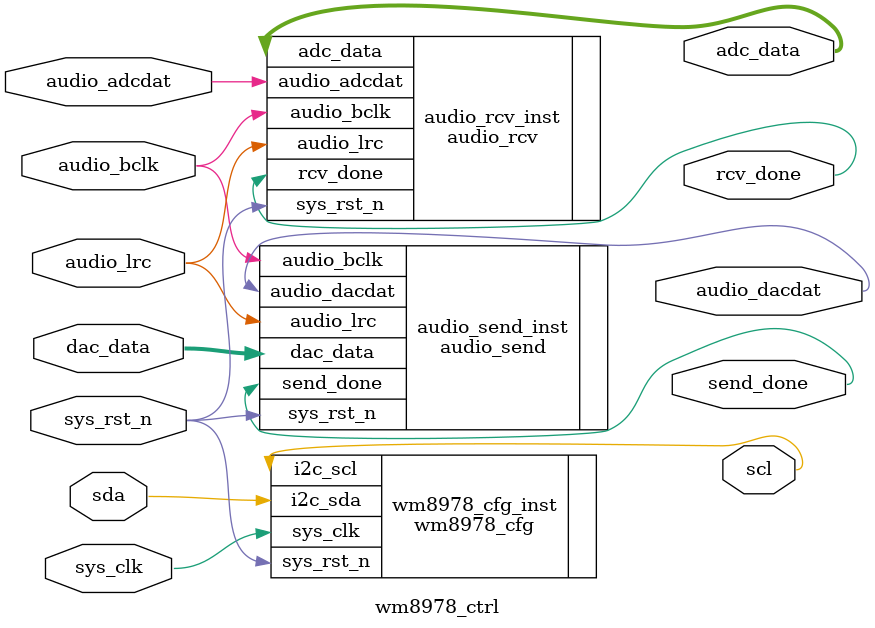
<source format=v>
`timescale  1ns/1ns

module  wm8978_ctrl
(
    input   wire          sys_clk     , //系统时钟，频率50MHz
    input   wire          sys_rst_n   , //系统复位，低电平有效
    input   wire          audio_bclk  , //WM8978输出的位时钟
    input   wire          audio_lrc   , //WM8978输出的数据左/右对齐时钟
    input   wire          audio_adcdat, //WM8978ADC数据输出
    input   wire  [15:0]  dac_data    , //输入音频数据

    output  wire          scl         , //输出至wm8978的串行时钟信号scl
    output  wire          audio_dacdat, //输出DAC数据给WM8978
    output  wire          rcv_done    , //一次数据接收完成
    output  wire          send_done   , //一次数据发送完成
    output  wire  [15:0]  adc_data    , //输出音频数据

    inout   wire          sda           //输出至wm8978的串行数据信号sda
);

//****************************************************************//
//************************* Instantiation ************************//
//****************************************************************//

//------------- audio_rcv_inst -------------
audio_rcv   audio_rcv_inst
(
    .audio_bclk     (audio_bclk  ),  //WM8978输出的位时钟
    .sys_rst_n      (sys_rst_n   ),  //系统复位，低有效
    .audio_lrc      (audio_lrc   ),  //WM8978输出的数据左/右对齐时钟
    .audio_adcdat   (audio_adcdat),  //WM8978ADC数据输出

    .adc_data       (adc_data    ),  //一次接收的数据
    .rcv_done       (rcv_done    )   //一次数据接收完成

);

//------------- audio_send_inst -------------
audio_send  audio_send_inst
(
    .audio_bclk     (audio_bclk  ),   //WM8978输出的位时钟
    .sys_rst_n      (sys_rst_n   ),   //系统复位，低有效
    .audio_lrc      (audio_lrc   ),   //WM8978输出数据左/右对齐时钟
    .dac_data       (dac_data    ),   //往WM8978发送的数据

    .audio_dacdat   (audio_dacdat),   //发送DAC数据给WM8978
    .send_done      (send_done   )    //一次数据发送完成

);

//------------- wm8978_cfg_inst -------------
wm8978_cfg  wm8978_cfg_inst
(
    .sys_clk     (sys_clk   ),  //系统时钟，频率50MHz
    .sys_rst_n   (sys_rst_n ),  //系统复位，低电平有效

    .i2c_scl     (scl       ),  //输出至wm8978的串行时钟信号scl
    .i2c_sda     (sda       )   //输出至wm8978的串行数据信号sda

);

endmodule

</source>
